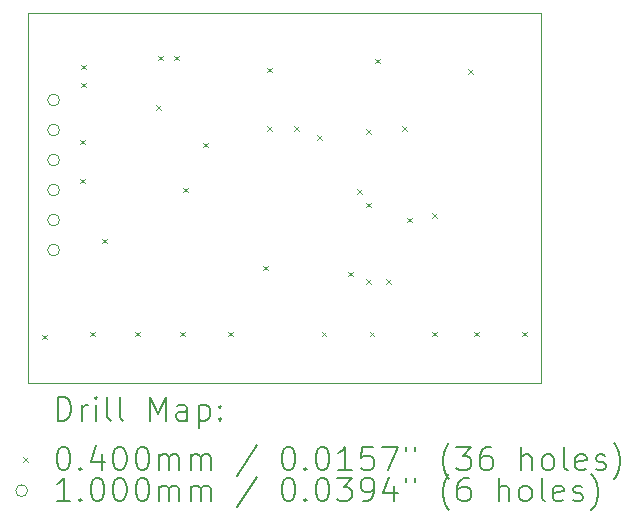
<source format=gbr>
%FSLAX45Y45*%
G04 Gerber Fmt 4.5, Leading zero omitted, Abs format (unit mm)*
G04 Created by KiCad (PCBNEW (6.0.5)) date 2023-05-04 10:03:02*
%MOMM*%
%LPD*%
G01*
G04 APERTURE LIST*
%TA.AperFunction,Profile*%
%ADD10C,0.100000*%
%TD*%
%ADD11C,0.200000*%
%ADD12C,0.040000*%
%ADD13C,0.100000*%
G04 APERTURE END LIST*
D10*
X11595100Y-7642900D02*
X15938500Y-7642900D01*
X15938500Y-7642900D02*
X15938500Y-10779800D01*
X15938500Y-10779800D02*
X11595100Y-10779800D01*
X11595100Y-10779800D02*
X11595100Y-7642900D01*
D11*
D12*
X11714800Y-10368600D02*
X11754800Y-10408600D01*
X11754800Y-10368600D02*
X11714800Y-10408600D01*
X12032300Y-8717600D02*
X12072300Y-8757600D01*
X12072300Y-8717600D02*
X12032300Y-8757600D01*
X12032300Y-9047800D02*
X12072300Y-9087800D01*
X12072300Y-9047800D02*
X12032300Y-9087800D01*
X12045000Y-8082600D02*
X12085000Y-8122600D01*
X12085000Y-8082600D02*
X12045000Y-8122600D01*
X12045000Y-8235000D02*
X12085000Y-8275000D01*
X12085000Y-8235000D02*
X12045000Y-8275000D01*
X12121200Y-10343200D02*
X12161200Y-10383200D01*
X12161200Y-10343200D02*
X12121200Y-10383200D01*
X12222800Y-9555800D02*
X12262800Y-9595800D01*
X12262800Y-9555800D02*
X12222800Y-9595800D01*
X12502200Y-10343200D02*
X12542200Y-10383200D01*
X12542200Y-10343200D02*
X12502200Y-10383200D01*
X12680000Y-8425500D02*
X12720000Y-8465500D01*
X12720000Y-8425500D02*
X12680000Y-8465500D01*
X12692700Y-8006400D02*
X12732700Y-8046400D01*
X12732700Y-8006400D02*
X12692700Y-8046400D01*
X12832400Y-8006400D02*
X12872400Y-8046400D01*
X12872400Y-8006400D02*
X12832400Y-8046400D01*
X12883200Y-10343200D02*
X12923200Y-10383200D01*
X12923200Y-10343200D02*
X12883200Y-10383200D01*
X12908600Y-9124000D02*
X12948600Y-9164000D01*
X12948600Y-9124000D02*
X12908600Y-9164000D01*
X13073700Y-8743000D02*
X13113700Y-8783000D01*
X13113700Y-8743000D02*
X13073700Y-8783000D01*
X13289600Y-10343200D02*
X13329600Y-10383200D01*
X13329600Y-10343200D02*
X13289600Y-10383200D01*
X13581700Y-9784400D02*
X13621700Y-9824400D01*
X13621700Y-9784400D02*
X13581700Y-9824400D01*
X13619800Y-8108000D02*
X13659800Y-8148000D01*
X13659800Y-8108000D02*
X13619800Y-8148000D01*
X13619800Y-8603300D02*
X13659800Y-8643300D01*
X13659800Y-8603300D02*
X13619800Y-8643300D01*
X13848400Y-8603300D02*
X13888400Y-8643300D01*
X13888400Y-8603300D02*
X13848400Y-8643300D01*
X14038900Y-8679500D02*
X14078900Y-8719500D01*
X14078900Y-8679500D02*
X14038900Y-8719500D01*
X14079350Y-10343200D02*
X14119350Y-10383200D01*
X14119350Y-10343200D02*
X14079350Y-10383200D01*
X14305600Y-9835200D02*
X14345600Y-9875200D01*
X14345600Y-9835200D02*
X14305600Y-9875200D01*
X14381800Y-9136700D02*
X14421800Y-9176700D01*
X14421800Y-9136700D02*
X14381800Y-9176700D01*
X14458000Y-8628700D02*
X14498000Y-8668700D01*
X14498000Y-8628700D02*
X14458000Y-8668700D01*
X14458000Y-9251000D02*
X14498000Y-9291000D01*
X14498000Y-9251000D02*
X14458000Y-9291000D01*
X14458000Y-9898700D02*
X14498000Y-9938700D01*
X14498000Y-9898700D02*
X14458000Y-9938700D01*
X14485750Y-10343200D02*
X14525750Y-10383200D01*
X14525750Y-10343200D02*
X14485750Y-10383200D01*
X14534200Y-8031800D02*
X14574200Y-8071800D01*
X14574200Y-8031800D02*
X14534200Y-8071800D01*
X14623100Y-9898700D02*
X14663100Y-9938700D01*
X14663100Y-9898700D02*
X14623100Y-9938700D01*
X14762800Y-8603300D02*
X14802800Y-8643300D01*
X14802800Y-8603300D02*
X14762800Y-8643300D01*
X14800900Y-9378000D02*
X14840900Y-9418000D01*
X14840900Y-9378000D02*
X14800900Y-9418000D01*
X15016800Y-9339900D02*
X15056800Y-9379900D01*
X15056800Y-9339900D02*
X15016800Y-9379900D01*
X15016800Y-10343200D02*
X15056800Y-10383200D01*
X15056800Y-10343200D02*
X15016800Y-10383200D01*
X15321600Y-8120700D02*
X15361600Y-8160700D01*
X15361600Y-8120700D02*
X15321600Y-8160700D01*
X15372400Y-10343200D02*
X15412400Y-10383200D01*
X15412400Y-10343200D02*
X15372400Y-10383200D01*
X15778800Y-10343200D02*
X15818800Y-10383200D01*
X15818800Y-10343200D02*
X15778800Y-10383200D01*
D13*
X11861000Y-8382000D02*
G75*
G03*
X11861000Y-8382000I-50000J0D01*
G01*
X11861000Y-8636000D02*
G75*
G03*
X11861000Y-8636000I-50000J0D01*
G01*
X11861000Y-8890000D02*
G75*
G03*
X11861000Y-8890000I-50000J0D01*
G01*
X11861000Y-9144000D02*
G75*
G03*
X11861000Y-9144000I-50000J0D01*
G01*
X11861000Y-9398000D02*
G75*
G03*
X11861000Y-9398000I-50000J0D01*
G01*
X11861000Y-9652000D02*
G75*
G03*
X11861000Y-9652000I-50000J0D01*
G01*
D11*
X11847719Y-11095276D02*
X11847719Y-10895276D01*
X11895338Y-10895276D01*
X11923909Y-10904800D01*
X11942957Y-10923848D01*
X11952481Y-10942895D01*
X11962005Y-10980990D01*
X11962005Y-11009562D01*
X11952481Y-11047657D01*
X11942957Y-11066705D01*
X11923909Y-11085752D01*
X11895338Y-11095276D01*
X11847719Y-11095276D01*
X12047719Y-11095276D02*
X12047719Y-10961943D01*
X12047719Y-11000038D02*
X12057243Y-10980990D01*
X12066767Y-10971467D01*
X12085814Y-10961943D01*
X12104862Y-10961943D01*
X12171528Y-11095276D02*
X12171528Y-10961943D01*
X12171528Y-10895276D02*
X12162005Y-10904800D01*
X12171528Y-10914324D01*
X12181052Y-10904800D01*
X12171528Y-10895276D01*
X12171528Y-10914324D01*
X12295338Y-11095276D02*
X12276290Y-11085752D01*
X12266767Y-11066705D01*
X12266767Y-10895276D01*
X12400100Y-11095276D02*
X12381052Y-11085752D01*
X12371528Y-11066705D01*
X12371528Y-10895276D01*
X12628671Y-11095276D02*
X12628671Y-10895276D01*
X12695338Y-11038133D01*
X12762005Y-10895276D01*
X12762005Y-11095276D01*
X12942957Y-11095276D02*
X12942957Y-10990514D01*
X12933433Y-10971467D01*
X12914386Y-10961943D01*
X12876290Y-10961943D01*
X12857243Y-10971467D01*
X12942957Y-11085752D02*
X12923909Y-11095276D01*
X12876290Y-11095276D01*
X12857243Y-11085752D01*
X12847719Y-11066705D01*
X12847719Y-11047657D01*
X12857243Y-11028610D01*
X12876290Y-11019086D01*
X12923909Y-11019086D01*
X12942957Y-11009562D01*
X13038195Y-10961943D02*
X13038195Y-11161943D01*
X13038195Y-10971467D02*
X13057243Y-10961943D01*
X13095338Y-10961943D01*
X13114386Y-10971467D01*
X13123909Y-10980990D01*
X13133433Y-11000038D01*
X13133433Y-11057181D01*
X13123909Y-11076229D01*
X13114386Y-11085752D01*
X13095338Y-11095276D01*
X13057243Y-11095276D01*
X13038195Y-11085752D01*
X13219148Y-11076229D02*
X13228671Y-11085752D01*
X13219148Y-11095276D01*
X13209624Y-11085752D01*
X13219148Y-11076229D01*
X13219148Y-11095276D01*
X13219148Y-10971467D02*
X13228671Y-10980990D01*
X13219148Y-10990514D01*
X13209624Y-10980990D01*
X13219148Y-10971467D01*
X13219148Y-10990514D01*
D12*
X11550100Y-11404800D02*
X11590100Y-11444800D01*
X11590100Y-11404800D02*
X11550100Y-11444800D01*
D11*
X11885814Y-11315276D02*
X11904862Y-11315276D01*
X11923909Y-11324800D01*
X11933433Y-11334324D01*
X11942957Y-11353371D01*
X11952481Y-11391467D01*
X11952481Y-11439086D01*
X11942957Y-11477181D01*
X11933433Y-11496228D01*
X11923909Y-11505752D01*
X11904862Y-11515276D01*
X11885814Y-11515276D01*
X11866767Y-11505752D01*
X11857243Y-11496228D01*
X11847719Y-11477181D01*
X11838195Y-11439086D01*
X11838195Y-11391467D01*
X11847719Y-11353371D01*
X11857243Y-11334324D01*
X11866767Y-11324800D01*
X11885814Y-11315276D01*
X12038195Y-11496228D02*
X12047719Y-11505752D01*
X12038195Y-11515276D01*
X12028671Y-11505752D01*
X12038195Y-11496228D01*
X12038195Y-11515276D01*
X12219148Y-11381943D02*
X12219148Y-11515276D01*
X12171528Y-11305752D02*
X12123909Y-11448609D01*
X12247719Y-11448609D01*
X12362005Y-11315276D02*
X12381052Y-11315276D01*
X12400100Y-11324800D01*
X12409624Y-11334324D01*
X12419148Y-11353371D01*
X12428671Y-11391467D01*
X12428671Y-11439086D01*
X12419148Y-11477181D01*
X12409624Y-11496228D01*
X12400100Y-11505752D01*
X12381052Y-11515276D01*
X12362005Y-11515276D01*
X12342957Y-11505752D01*
X12333433Y-11496228D01*
X12323909Y-11477181D01*
X12314386Y-11439086D01*
X12314386Y-11391467D01*
X12323909Y-11353371D01*
X12333433Y-11334324D01*
X12342957Y-11324800D01*
X12362005Y-11315276D01*
X12552481Y-11315276D02*
X12571528Y-11315276D01*
X12590576Y-11324800D01*
X12600100Y-11334324D01*
X12609624Y-11353371D01*
X12619148Y-11391467D01*
X12619148Y-11439086D01*
X12609624Y-11477181D01*
X12600100Y-11496228D01*
X12590576Y-11505752D01*
X12571528Y-11515276D01*
X12552481Y-11515276D01*
X12533433Y-11505752D01*
X12523909Y-11496228D01*
X12514386Y-11477181D01*
X12504862Y-11439086D01*
X12504862Y-11391467D01*
X12514386Y-11353371D01*
X12523909Y-11334324D01*
X12533433Y-11324800D01*
X12552481Y-11315276D01*
X12704862Y-11515276D02*
X12704862Y-11381943D01*
X12704862Y-11400990D02*
X12714386Y-11391467D01*
X12733433Y-11381943D01*
X12762005Y-11381943D01*
X12781052Y-11391467D01*
X12790576Y-11410514D01*
X12790576Y-11515276D01*
X12790576Y-11410514D02*
X12800100Y-11391467D01*
X12819148Y-11381943D01*
X12847719Y-11381943D01*
X12866767Y-11391467D01*
X12876290Y-11410514D01*
X12876290Y-11515276D01*
X12971528Y-11515276D02*
X12971528Y-11381943D01*
X12971528Y-11400990D02*
X12981052Y-11391467D01*
X13000100Y-11381943D01*
X13028671Y-11381943D01*
X13047719Y-11391467D01*
X13057243Y-11410514D01*
X13057243Y-11515276D01*
X13057243Y-11410514D02*
X13066767Y-11391467D01*
X13085814Y-11381943D01*
X13114386Y-11381943D01*
X13133433Y-11391467D01*
X13142957Y-11410514D01*
X13142957Y-11515276D01*
X13533433Y-11305752D02*
X13362005Y-11562895D01*
X13790576Y-11315276D02*
X13809624Y-11315276D01*
X13828671Y-11324800D01*
X13838195Y-11334324D01*
X13847719Y-11353371D01*
X13857243Y-11391467D01*
X13857243Y-11439086D01*
X13847719Y-11477181D01*
X13838195Y-11496228D01*
X13828671Y-11505752D01*
X13809624Y-11515276D01*
X13790576Y-11515276D01*
X13771528Y-11505752D01*
X13762005Y-11496228D01*
X13752481Y-11477181D01*
X13742957Y-11439086D01*
X13742957Y-11391467D01*
X13752481Y-11353371D01*
X13762005Y-11334324D01*
X13771528Y-11324800D01*
X13790576Y-11315276D01*
X13942957Y-11496228D02*
X13952481Y-11505752D01*
X13942957Y-11515276D01*
X13933433Y-11505752D01*
X13942957Y-11496228D01*
X13942957Y-11515276D01*
X14076290Y-11315276D02*
X14095338Y-11315276D01*
X14114386Y-11324800D01*
X14123909Y-11334324D01*
X14133433Y-11353371D01*
X14142957Y-11391467D01*
X14142957Y-11439086D01*
X14133433Y-11477181D01*
X14123909Y-11496228D01*
X14114386Y-11505752D01*
X14095338Y-11515276D01*
X14076290Y-11515276D01*
X14057243Y-11505752D01*
X14047719Y-11496228D01*
X14038195Y-11477181D01*
X14028671Y-11439086D01*
X14028671Y-11391467D01*
X14038195Y-11353371D01*
X14047719Y-11334324D01*
X14057243Y-11324800D01*
X14076290Y-11315276D01*
X14333433Y-11515276D02*
X14219148Y-11515276D01*
X14276290Y-11515276D02*
X14276290Y-11315276D01*
X14257243Y-11343848D01*
X14238195Y-11362895D01*
X14219148Y-11372419D01*
X14514386Y-11315276D02*
X14419148Y-11315276D01*
X14409624Y-11410514D01*
X14419148Y-11400990D01*
X14438195Y-11391467D01*
X14485814Y-11391467D01*
X14504862Y-11400990D01*
X14514386Y-11410514D01*
X14523909Y-11429562D01*
X14523909Y-11477181D01*
X14514386Y-11496228D01*
X14504862Y-11505752D01*
X14485814Y-11515276D01*
X14438195Y-11515276D01*
X14419148Y-11505752D01*
X14409624Y-11496228D01*
X14590576Y-11315276D02*
X14723909Y-11315276D01*
X14638195Y-11515276D01*
X14790576Y-11315276D02*
X14790576Y-11353371D01*
X14866767Y-11315276D02*
X14866767Y-11353371D01*
X15162005Y-11591467D02*
X15152481Y-11581943D01*
X15133433Y-11553371D01*
X15123909Y-11534324D01*
X15114386Y-11505752D01*
X15104862Y-11458133D01*
X15104862Y-11420038D01*
X15114386Y-11372419D01*
X15123909Y-11343848D01*
X15133433Y-11324800D01*
X15152481Y-11296228D01*
X15162005Y-11286705D01*
X15219148Y-11315276D02*
X15342957Y-11315276D01*
X15276290Y-11391467D01*
X15304862Y-11391467D01*
X15323909Y-11400990D01*
X15333433Y-11410514D01*
X15342957Y-11429562D01*
X15342957Y-11477181D01*
X15333433Y-11496228D01*
X15323909Y-11505752D01*
X15304862Y-11515276D01*
X15247719Y-11515276D01*
X15228671Y-11505752D01*
X15219148Y-11496228D01*
X15514386Y-11315276D02*
X15476290Y-11315276D01*
X15457243Y-11324800D01*
X15447719Y-11334324D01*
X15428671Y-11362895D01*
X15419148Y-11400990D01*
X15419148Y-11477181D01*
X15428671Y-11496228D01*
X15438195Y-11505752D01*
X15457243Y-11515276D01*
X15495338Y-11515276D01*
X15514386Y-11505752D01*
X15523909Y-11496228D01*
X15533433Y-11477181D01*
X15533433Y-11429562D01*
X15523909Y-11410514D01*
X15514386Y-11400990D01*
X15495338Y-11391467D01*
X15457243Y-11391467D01*
X15438195Y-11400990D01*
X15428671Y-11410514D01*
X15419148Y-11429562D01*
X15771528Y-11515276D02*
X15771528Y-11315276D01*
X15857243Y-11515276D02*
X15857243Y-11410514D01*
X15847719Y-11391467D01*
X15828671Y-11381943D01*
X15800100Y-11381943D01*
X15781052Y-11391467D01*
X15771528Y-11400990D01*
X15981052Y-11515276D02*
X15962005Y-11505752D01*
X15952481Y-11496228D01*
X15942957Y-11477181D01*
X15942957Y-11420038D01*
X15952481Y-11400990D01*
X15962005Y-11391467D01*
X15981052Y-11381943D01*
X16009624Y-11381943D01*
X16028671Y-11391467D01*
X16038195Y-11400990D01*
X16047719Y-11420038D01*
X16047719Y-11477181D01*
X16038195Y-11496228D01*
X16028671Y-11505752D01*
X16009624Y-11515276D01*
X15981052Y-11515276D01*
X16162005Y-11515276D02*
X16142957Y-11505752D01*
X16133433Y-11486705D01*
X16133433Y-11315276D01*
X16314386Y-11505752D02*
X16295338Y-11515276D01*
X16257243Y-11515276D01*
X16238195Y-11505752D01*
X16228671Y-11486705D01*
X16228671Y-11410514D01*
X16238195Y-11391467D01*
X16257243Y-11381943D01*
X16295338Y-11381943D01*
X16314386Y-11391467D01*
X16323909Y-11410514D01*
X16323909Y-11429562D01*
X16228671Y-11448609D01*
X16400100Y-11505752D02*
X16419148Y-11515276D01*
X16457243Y-11515276D01*
X16476290Y-11505752D01*
X16485814Y-11486705D01*
X16485814Y-11477181D01*
X16476290Y-11458133D01*
X16457243Y-11448609D01*
X16428671Y-11448609D01*
X16409624Y-11439086D01*
X16400100Y-11420038D01*
X16400100Y-11410514D01*
X16409624Y-11391467D01*
X16428671Y-11381943D01*
X16457243Y-11381943D01*
X16476290Y-11391467D01*
X16552481Y-11591467D02*
X16562005Y-11581943D01*
X16581052Y-11553371D01*
X16590576Y-11534324D01*
X16600100Y-11505752D01*
X16609624Y-11458133D01*
X16609624Y-11420038D01*
X16600100Y-11372419D01*
X16590576Y-11343848D01*
X16581052Y-11324800D01*
X16562005Y-11296228D01*
X16552481Y-11286705D01*
D13*
X11590100Y-11688800D02*
G75*
G03*
X11590100Y-11688800I-50000J0D01*
G01*
D11*
X11952481Y-11779276D02*
X11838195Y-11779276D01*
X11895338Y-11779276D02*
X11895338Y-11579276D01*
X11876290Y-11607848D01*
X11857243Y-11626895D01*
X11838195Y-11636419D01*
X12038195Y-11760228D02*
X12047719Y-11769752D01*
X12038195Y-11779276D01*
X12028671Y-11769752D01*
X12038195Y-11760228D01*
X12038195Y-11779276D01*
X12171528Y-11579276D02*
X12190576Y-11579276D01*
X12209624Y-11588800D01*
X12219148Y-11598324D01*
X12228671Y-11617371D01*
X12238195Y-11655467D01*
X12238195Y-11703086D01*
X12228671Y-11741181D01*
X12219148Y-11760228D01*
X12209624Y-11769752D01*
X12190576Y-11779276D01*
X12171528Y-11779276D01*
X12152481Y-11769752D01*
X12142957Y-11760228D01*
X12133433Y-11741181D01*
X12123909Y-11703086D01*
X12123909Y-11655467D01*
X12133433Y-11617371D01*
X12142957Y-11598324D01*
X12152481Y-11588800D01*
X12171528Y-11579276D01*
X12362005Y-11579276D02*
X12381052Y-11579276D01*
X12400100Y-11588800D01*
X12409624Y-11598324D01*
X12419148Y-11617371D01*
X12428671Y-11655467D01*
X12428671Y-11703086D01*
X12419148Y-11741181D01*
X12409624Y-11760228D01*
X12400100Y-11769752D01*
X12381052Y-11779276D01*
X12362005Y-11779276D01*
X12342957Y-11769752D01*
X12333433Y-11760228D01*
X12323909Y-11741181D01*
X12314386Y-11703086D01*
X12314386Y-11655467D01*
X12323909Y-11617371D01*
X12333433Y-11598324D01*
X12342957Y-11588800D01*
X12362005Y-11579276D01*
X12552481Y-11579276D02*
X12571528Y-11579276D01*
X12590576Y-11588800D01*
X12600100Y-11598324D01*
X12609624Y-11617371D01*
X12619148Y-11655467D01*
X12619148Y-11703086D01*
X12609624Y-11741181D01*
X12600100Y-11760228D01*
X12590576Y-11769752D01*
X12571528Y-11779276D01*
X12552481Y-11779276D01*
X12533433Y-11769752D01*
X12523909Y-11760228D01*
X12514386Y-11741181D01*
X12504862Y-11703086D01*
X12504862Y-11655467D01*
X12514386Y-11617371D01*
X12523909Y-11598324D01*
X12533433Y-11588800D01*
X12552481Y-11579276D01*
X12704862Y-11779276D02*
X12704862Y-11645943D01*
X12704862Y-11664990D02*
X12714386Y-11655467D01*
X12733433Y-11645943D01*
X12762005Y-11645943D01*
X12781052Y-11655467D01*
X12790576Y-11674514D01*
X12790576Y-11779276D01*
X12790576Y-11674514D02*
X12800100Y-11655467D01*
X12819148Y-11645943D01*
X12847719Y-11645943D01*
X12866767Y-11655467D01*
X12876290Y-11674514D01*
X12876290Y-11779276D01*
X12971528Y-11779276D02*
X12971528Y-11645943D01*
X12971528Y-11664990D02*
X12981052Y-11655467D01*
X13000100Y-11645943D01*
X13028671Y-11645943D01*
X13047719Y-11655467D01*
X13057243Y-11674514D01*
X13057243Y-11779276D01*
X13057243Y-11674514D02*
X13066767Y-11655467D01*
X13085814Y-11645943D01*
X13114386Y-11645943D01*
X13133433Y-11655467D01*
X13142957Y-11674514D01*
X13142957Y-11779276D01*
X13533433Y-11569752D02*
X13362005Y-11826895D01*
X13790576Y-11579276D02*
X13809624Y-11579276D01*
X13828671Y-11588800D01*
X13838195Y-11598324D01*
X13847719Y-11617371D01*
X13857243Y-11655467D01*
X13857243Y-11703086D01*
X13847719Y-11741181D01*
X13838195Y-11760228D01*
X13828671Y-11769752D01*
X13809624Y-11779276D01*
X13790576Y-11779276D01*
X13771528Y-11769752D01*
X13762005Y-11760228D01*
X13752481Y-11741181D01*
X13742957Y-11703086D01*
X13742957Y-11655467D01*
X13752481Y-11617371D01*
X13762005Y-11598324D01*
X13771528Y-11588800D01*
X13790576Y-11579276D01*
X13942957Y-11760228D02*
X13952481Y-11769752D01*
X13942957Y-11779276D01*
X13933433Y-11769752D01*
X13942957Y-11760228D01*
X13942957Y-11779276D01*
X14076290Y-11579276D02*
X14095338Y-11579276D01*
X14114386Y-11588800D01*
X14123909Y-11598324D01*
X14133433Y-11617371D01*
X14142957Y-11655467D01*
X14142957Y-11703086D01*
X14133433Y-11741181D01*
X14123909Y-11760228D01*
X14114386Y-11769752D01*
X14095338Y-11779276D01*
X14076290Y-11779276D01*
X14057243Y-11769752D01*
X14047719Y-11760228D01*
X14038195Y-11741181D01*
X14028671Y-11703086D01*
X14028671Y-11655467D01*
X14038195Y-11617371D01*
X14047719Y-11598324D01*
X14057243Y-11588800D01*
X14076290Y-11579276D01*
X14209624Y-11579276D02*
X14333433Y-11579276D01*
X14266767Y-11655467D01*
X14295338Y-11655467D01*
X14314386Y-11664990D01*
X14323909Y-11674514D01*
X14333433Y-11693562D01*
X14333433Y-11741181D01*
X14323909Y-11760228D01*
X14314386Y-11769752D01*
X14295338Y-11779276D01*
X14238195Y-11779276D01*
X14219148Y-11769752D01*
X14209624Y-11760228D01*
X14428671Y-11779276D02*
X14466767Y-11779276D01*
X14485814Y-11769752D01*
X14495338Y-11760228D01*
X14514386Y-11731657D01*
X14523909Y-11693562D01*
X14523909Y-11617371D01*
X14514386Y-11598324D01*
X14504862Y-11588800D01*
X14485814Y-11579276D01*
X14447719Y-11579276D01*
X14428671Y-11588800D01*
X14419148Y-11598324D01*
X14409624Y-11617371D01*
X14409624Y-11664990D01*
X14419148Y-11684038D01*
X14428671Y-11693562D01*
X14447719Y-11703086D01*
X14485814Y-11703086D01*
X14504862Y-11693562D01*
X14514386Y-11684038D01*
X14523909Y-11664990D01*
X14695338Y-11645943D02*
X14695338Y-11779276D01*
X14647719Y-11569752D02*
X14600100Y-11712609D01*
X14723909Y-11712609D01*
X14790576Y-11579276D02*
X14790576Y-11617371D01*
X14866767Y-11579276D02*
X14866767Y-11617371D01*
X15162005Y-11855467D02*
X15152481Y-11845943D01*
X15133433Y-11817371D01*
X15123909Y-11798324D01*
X15114386Y-11769752D01*
X15104862Y-11722133D01*
X15104862Y-11684038D01*
X15114386Y-11636419D01*
X15123909Y-11607848D01*
X15133433Y-11588800D01*
X15152481Y-11560228D01*
X15162005Y-11550705D01*
X15323909Y-11579276D02*
X15285814Y-11579276D01*
X15266767Y-11588800D01*
X15257243Y-11598324D01*
X15238195Y-11626895D01*
X15228671Y-11664990D01*
X15228671Y-11741181D01*
X15238195Y-11760228D01*
X15247719Y-11769752D01*
X15266767Y-11779276D01*
X15304862Y-11779276D01*
X15323909Y-11769752D01*
X15333433Y-11760228D01*
X15342957Y-11741181D01*
X15342957Y-11693562D01*
X15333433Y-11674514D01*
X15323909Y-11664990D01*
X15304862Y-11655467D01*
X15266767Y-11655467D01*
X15247719Y-11664990D01*
X15238195Y-11674514D01*
X15228671Y-11693562D01*
X15581052Y-11779276D02*
X15581052Y-11579276D01*
X15666767Y-11779276D02*
X15666767Y-11674514D01*
X15657243Y-11655467D01*
X15638195Y-11645943D01*
X15609624Y-11645943D01*
X15590576Y-11655467D01*
X15581052Y-11664990D01*
X15790576Y-11779276D02*
X15771528Y-11769752D01*
X15762005Y-11760228D01*
X15752481Y-11741181D01*
X15752481Y-11684038D01*
X15762005Y-11664990D01*
X15771528Y-11655467D01*
X15790576Y-11645943D01*
X15819148Y-11645943D01*
X15838195Y-11655467D01*
X15847719Y-11664990D01*
X15857243Y-11684038D01*
X15857243Y-11741181D01*
X15847719Y-11760228D01*
X15838195Y-11769752D01*
X15819148Y-11779276D01*
X15790576Y-11779276D01*
X15971528Y-11779276D02*
X15952481Y-11769752D01*
X15942957Y-11750705D01*
X15942957Y-11579276D01*
X16123909Y-11769752D02*
X16104862Y-11779276D01*
X16066767Y-11779276D01*
X16047719Y-11769752D01*
X16038195Y-11750705D01*
X16038195Y-11674514D01*
X16047719Y-11655467D01*
X16066767Y-11645943D01*
X16104862Y-11645943D01*
X16123909Y-11655467D01*
X16133433Y-11674514D01*
X16133433Y-11693562D01*
X16038195Y-11712609D01*
X16209624Y-11769752D02*
X16228671Y-11779276D01*
X16266767Y-11779276D01*
X16285814Y-11769752D01*
X16295338Y-11750705D01*
X16295338Y-11741181D01*
X16285814Y-11722133D01*
X16266767Y-11712609D01*
X16238195Y-11712609D01*
X16219148Y-11703086D01*
X16209624Y-11684038D01*
X16209624Y-11674514D01*
X16219148Y-11655467D01*
X16238195Y-11645943D01*
X16266767Y-11645943D01*
X16285814Y-11655467D01*
X16362005Y-11855467D02*
X16371528Y-11845943D01*
X16390576Y-11817371D01*
X16400100Y-11798324D01*
X16409624Y-11769752D01*
X16419148Y-11722133D01*
X16419148Y-11684038D01*
X16409624Y-11636419D01*
X16400100Y-11607848D01*
X16390576Y-11588800D01*
X16371528Y-11560228D01*
X16362005Y-11550705D01*
M02*

</source>
